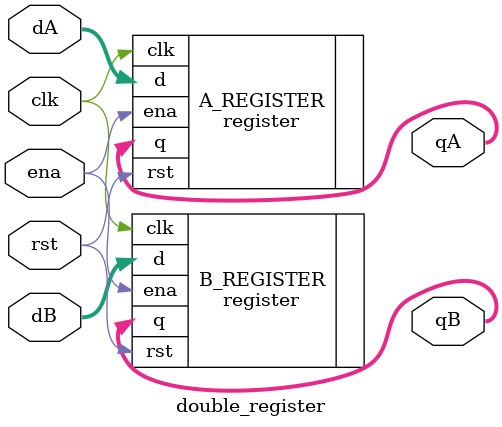
<source format=v>
`timescale 1ns / 1ps
`default_nettype none //helps catch typo-related bugs
module double_register(clk, rst, ena, dA, dB, qA, qB);

	//	Parameter definitions
	parameter N = 32;

	// Input Ports
	input wire clk, rst, ena;
	input wire [N-1:0] dA, dB;

	// Outut Ports
	output wire [N-1:0] qA, qB;



	// A Register
	register #(.N(N)) A_REGISTER (	.clk(clk),
									.rst(rst),
									.ena(ena),
									.d(dA),
									.q(qA));

	// B Register
	register #(.N(N)) B_REGISTER (	.clk(clk),
									.rst(rst),
									.ena(ena),
									.d(dB),
									.q(qB));


endmodule
`default_nettype wire //some Xilinx IP requires that the default_nettype be set to wire

</source>
